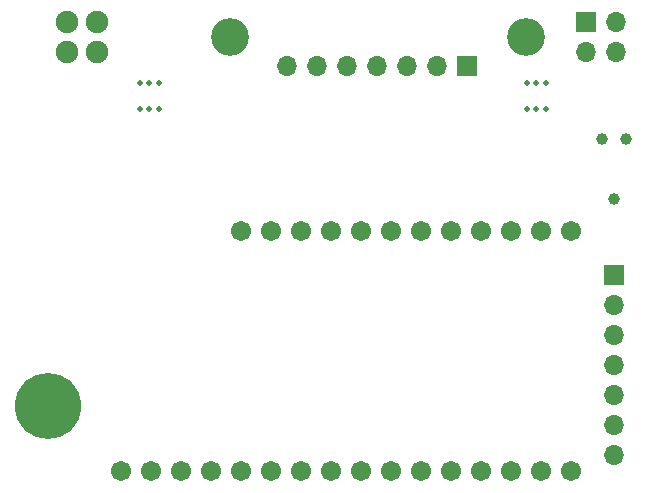
<source format=gbs>
G04 #@! TF.GenerationSoftware,KiCad,Pcbnew,(5.99.0-10090-g11a7729ab8)*
G04 #@! TF.CreationDate,2021-04-12T14:48:57-04:00*
G04 #@! TF.ProjectId,syringe_board,73797269-6e67-4655-9f62-6f6172642e6b,4.2*
G04 #@! TF.SameCoordinates,Original*
G04 #@! TF.FileFunction,Soldermask,Bot*
G04 #@! TF.FilePolarity,Negative*
%FSLAX46Y46*%
G04 Gerber Fmt 4.6, Leading zero omitted, Abs format (unit mm)*
G04 Created by KiCad (PCBNEW (5.99.0-10090-g11a7729ab8)) date 2021-04-12 14:48:57*
%MOMM*%
%LPD*%
G01*
G04 APERTURE LIST*
%ADD10C,1.711200*%
%ADD11C,0.500000*%
%ADD12O,1.900000X1.900000*%
%ADD13R,1.700000X1.700000*%
%ADD14O,1.700000X1.700000*%
%ADD15C,0.990600*%
%ADD16C,3.200000*%
%ADD17C,5.600000*%
G04 APERTURE END LIST*
D10*
X123825000Y-112776000D03*
X126365000Y-112776000D03*
X128905000Y-112776000D03*
X131445000Y-112776000D03*
X133985000Y-112776000D03*
X136525000Y-112776000D03*
X139065000Y-112776000D03*
X141605000Y-112776000D03*
X144145000Y-112776000D03*
X146685000Y-112776000D03*
X149225000Y-112776000D03*
X151765000Y-112776000D03*
X154305000Y-112776000D03*
X156845000Y-112776000D03*
X159385000Y-112776000D03*
X161925000Y-112776000D03*
X161925000Y-92456000D03*
X159385000Y-92456000D03*
X156845000Y-92456000D03*
X154305000Y-92456000D03*
X151765000Y-92456000D03*
X149225000Y-92456000D03*
X146685000Y-92456000D03*
X144145000Y-92456000D03*
X141605000Y-92456000D03*
X139065000Y-92456000D03*
X136525000Y-92456000D03*
X133985000Y-92456000D03*
D11*
X159004000Y-79926000D03*
X158204000Y-79926000D03*
X158204000Y-82126000D03*
X159004000Y-82126000D03*
X159804000Y-82126000D03*
X159804000Y-79926000D03*
D12*
X119275000Y-74778000D03*
X121815000Y-74778000D03*
X119275000Y-77318000D03*
X121815000Y-77318000D03*
D13*
X165608000Y-96192000D03*
D14*
X165608000Y-98732000D03*
X165608000Y-101272000D03*
X165608000Y-103812000D03*
X165608000Y-106352000D03*
X165608000Y-108892000D03*
X165608000Y-111432000D03*
D15*
X164584000Y-84660000D03*
X166616000Y-84660000D03*
X165600000Y-89740000D03*
D13*
X153125000Y-78486000D03*
D14*
X150585000Y-78486000D03*
X148045000Y-78486000D03*
X145505000Y-78486000D03*
X142965000Y-78486000D03*
X140425000Y-78486000D03*
X137885000Y-78486000D03*
D11*
X126238000Y-79926000D03*
X126238000Y-82126000D03*
X125438000Y-82126000D03*
X127038000Y-82126000D03*
X127038000Y-79926000D03*
X125438000Y-79926000D03*
D16*
X133117000Y-76048000D03*
D13*
X163217000Y-74778000D03*
D14*
X165757000Y-74778000D03*
X163217000Y-77318000D03*
X165757000Y-77318000D03*
D17*
X117708000Y-107296000D03*
D16*
X158117000Y-76048000D03*
M02*

</source>
